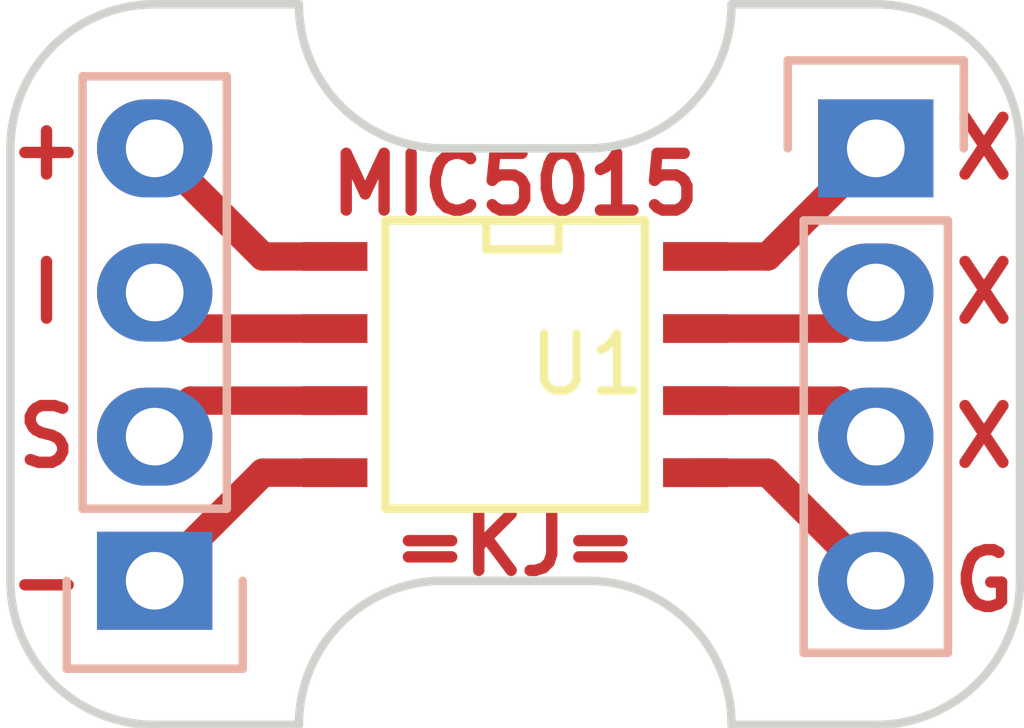
<source format=kicad_pcb>
(kicad_pcb (version 4) (host pcbnew 4.0.4+e1-6308~48~ubuntu16.04.1-stable)

  (general
    (links 8)
    (no_connects 7)
    (area 139.746667 95.525 162.513334 115.395)
    (thickness 1.6)
    (drawings 27)
    (tracks 17)
    (zones 0)
    (modules 3)
    (nets 9)
  )

  (page A4)
  (layers
    (0 F.Cu signal)
    (31 B.Cu signal)
    (32 B.Adhes user)
    (33 F.Adhes user)
    (34 B.Paste user)
    (35 F.Paste user)
    (36 B.SilkS user hide)
    (37 F.SilkS user)
    (38 B.Mask user)
    (39 F.Mask user hide)
    (40 Dwgs.User user)
    (41 Cmts.User user)
    (42 Eco1.User user)
    (43 Eco2.User user)
    (44 Edge.Cuts user)
    (45 Margin user)
    (46 B.CrtYd user)
    (47 F.CrtYd user)
    (48 B.Fab user hide)
    (49 F.Fab user)
  )

  (setup
    (last_trace_width 0.6)
    (user_trace_width 0.4)
    (user_trace_width 0.5)
    (user_trace_width 0.6)
    (user_trace_width 0.7)
    (trace_clearance 0.2)
    (zone_clearance 0.508)
    (zone_45_only no)
    (trace_min 0.2)
    (segment_width 0.1)
    (edge_width 0.15)
    (via_size 0.6)
    (via_drill 0.4)
    (via_min_size 0.4)
    (via_min_drill 0.3)
    (uvia_size 0.3)
    (uvia_drill 0.1)
    (uvias_allowed no)
    (uvia_min_size 0.2)
    (uvia_min_drill 0.1)
    (pcb_text_width 0.3)
    (pcb_text_size 1.5 1.5)
    (mod_edge_width 0.15)
    (mod_text_size 1 1)
    (mod_text_width 0.15)
    (pad_size 1.524 1.524)
    (pad_drill 0.762)
    (pad_to_mask_clearance 0.2)
    (aux_axis_origin 0 0)
    (visible_elements FFFFEF7F)
    (pcbplotparams
      (layerselection 0x01000_80000001)
      (usegerberextensions false)
      (excludeedgelayer true)
      (linewidth 0.100000)
      (plotframeref false)
      (viasonmask false)
      (mode 1)
      (useauxorigin false)
      (hpglpennumber 1)
      (hpglpenspeed 20)
      (hpglpendiameter 15)
      (hpglpenoverlay 2)
      (psnegative false)
      (psa4output false)
      (plotreference true)
      (plotvalue true)
      (plotinvisibletext false)
      (padsonsilk false)
      (subtractmaskfromsilk false)
      (outputformat 1)
      (mirror false)
      (drillshape 0)
      (scaleselection 1)
      (outputdirectory /media/mdh/ALEX_A/))
  )

  (net 0 "")
  (net 1 "Net-(P1-Pad1)")
  (net 2 "Net-(P1-Pad2)")
  (net 3 "Net-(P1-Pad3)")
  (net 4 "Net-(P1-Pad4)")
  (net 5 "Net-(P2-Pad1)")
  (net 6 "Net-(P2-Pad2)")
  (net 7 "Net-(P2-Pad3)")
  (net 8 "Net-(P2-Pad4)")

  (net_class Default "This is the default net class."
    (clearance 0.2)
    (trace_width 0.25)
    (via_dia 0.6)
    (via_drill 0.4)
    (uvia_dia 0.3)
    (uvia_drill 0.1)
    (add_net "Net-(P1-Pad1)")
    (add_net "Net-(P1-Pad2)")
    (add_net "Net-(P1-Pad3)")
    (add_net "Net-(P1-Pad4)")
    (add_net "Net-(P2-Pad1)")
    (add_net "Net-(P2-Pad2)")
    (add_net "Net-(P2-Pad3)")
    (add_net "Net-(P2-Pad4)")
  )

  (module Pin_Headers:Pin_Header_Straight_1x04 (layer B.Cu) (tedit 0) (tstamp 58209F78)
    (at 144.78 109.22)
    (descr "Through hole pin header")
    (tags "pin header")
    (path /58209F95)
    (fp_text reference P1 (at 0 5.1) (layer B.SilkS)
      (effects (font (size 1 1) (thickness 0.15)) (justify mirror))
    )
    (fp_text value CONN_01X04 (at 0 3.1) (layer B.Fab)
      (effects (font (size 1 1) (thickness 0.15)) (justify mirror))
    )
    (fp_line (start -1.75 1.75) (end -1.75 -9.4) (layer B.CrtYd) (width 0.05))
    (fp_line (start 1.75 1.75) (end 1.75 -9.4) (layer B.CrtYd) (width 0.05))
    (fp_line (start -1.75 1.75) (end 1.75 1.75) (layer B.CrtYd) (width 0.05))
    (fp_line (start -1.75 -9.4) (end 1.75 -9.4) (layer B.CrtYd) (width 0.05))
    (fp_line (start -1.27 -1.27) (end -1.27 -8.89) (layer B.SilkS) (width 0.15))
    (fp_line (start 1.27 -1.27) (end 1.27 -8.89) (layer B.SilkS) (width 0.15))
    (fp_line (start 1.55 1.55) (end 1.55 0) (layer B.SilkS) (width 0.15))
    (fp_line (start -1.27 -8.89) (end 1.27 -8.89) (layer B.SilkS) (width 0.15))
    (fp_line (start 1.27 -1.27) (end -1.27 -1.27) (layer B.SilkS) (width 0.15))
    (fp_line (start -1.55 0) (end -1.55 1.55) (layer B.SilkS) (width 0.15))
    (fp_line (start -1.55 1.55) (end 1.55 1.55) (layer B.SilkS) (width 0.15))
    (pad 1 thru_hole rect (at 0 0) (size 2.032 1.7272) (drill 1.016) (layers *.Cu *.Mask)
      (net 1 "Net-(P1-Pad1)"))
    (pad 2 thru_hole oval (at 0 -2.54) (size 2.032 1.7272) (drill 1.016) (layers *.Cu *.Mask)
      (net 2 "Net-(P1-Pad2)"))
    (pad 3 thru_hole oval (at 0 -5.08) (size 2.032 1.7272) (drill 1.016) (layers *.Cu *.Mask)
      (net 3 "Net-(P1-Pad3)"))
    (pad 4 thru_hole oval (at 0 -7.62) (size 2.032 1.7272) (drill 1.016) (layers *.Cu *.Mask)
      (net 4 "Net-(P1-Pad4)"))
    (model Pin_Headers.3dshapes/Pin_Header_Straight_1x04.wrl
      (at (xyz 0 -0.15 0))
      (scale (xyz 1 1 1))
      (rotate (xyz 0 0 90))
    )
  )

  (module Pin_Headers:Pin_Header_Straight_1x04 (layer B.Cu) (tedit 0) (tstamp 58209F80)
    (at 157.48 101.6 180)
    (descr "Through hole pin header")
    (tags "pin header")
    (path /58209F6E)
    (fp_text reference P2 (at 0 5.1 180) (layer B.SilkS)
      (effects (font (size 1 1) (thickness 0.15)) (justify mirror))
    )
    (fp_text value CONN_01X04 (at 0 3.1 180) (layer B.Fab)
      (effects (font (size 1 1) (thickness 0.15)) (justify mirror))
    )
    (fp_line (start -1.75 1.75) (end -1.75 -9.4) (layer B.CrtYd) (width 0.05))
    (fp_line (start 1.75 1.75) (end 1.75 -9.4) (layer B.CrtYd) (width 0.05))
    (fp_line (start -1.75 1.75) (end 1.75 1.75) (layer B.CrtYd) (width 0.05))
    (fp_line (start -1.75 -9.4) (end 1.75 -9.4) (layer B.CrtYd) (width 0.05))
    (fp_line (start -1.27 -1.27) (end -1.27 -8.89) (layer B.SilkS) (width 0.15))
    (fp_line (start 1.27 -1.27) (end 1.27 -8.89) (layer B.SilkS) (width 0.15))
    (fp_line (start 1.55 1.55) (end 1.55 0) (layer B.SilkS) (width 0.15))
    (fp_line (start -1.27 -8.89) (end 1.27 -8.89) (layer B.SilkS) (width 0.15))
    (fp_line (start 1.27 -1.27) (end -1.27 -1.27) (layer B.SilkS) (width 0.15))
    (fp_line (start -1.55 0) (end -1.55 1.55) (layer B.SilkS) (width 0.15))
    (fp_line (start -1.55 1.55) (end 1.55 1.55) (layer B.SilkS) (width 0.15))
    (pad 1 thru_hole rect (at 0 0 180) (size 2.032 1.7272) (drill 1.016) (layers *.Cu *.Mask)
      (net 5 "Net-(P2-Pad1)"))
    (pad 2 thru_hole oval (at 0 -2.54 180) (size 2.032 1.7272) (drill 1.016) (layers *.Cu *.Mask)
      (net 6 "Net-(P2-Pad2)"))
    (pad 3 thru_hole oval (at 0 -5.08 180) (size 2.032 1.7272) (drill 1.016) (layers *.Cu *.Mask)
      (net 7 "Net-(P2-Pad3)"))
    (pad 4 thru_hole oval (at 0 -7.62 180) (size 2.032 1.7272) (drill 1.016) (layers *.Cu *.Mask)
      (net 8 "Net-(P2-Pad4)"))
    (model Pin_Headers.3dshapes/Pin_Header_Straight_1x04.wrl
      (at (xyz 0 -0.15 0))
      (scale (xyz 1 1 1))
      (rotate (xyz 0 0 90))
    )
  )

  (module SMD_Packages:SOIC-8-N (layer F.Cu) (tedit 0) (tstamp 58209F8C)
    (at 151.13 105.41 270)
    (descr "Module Narrow CMS SOJ 8 pins large")
    (tags "CMS SOJ")
    (path /58209F09)
    (attr smd)
    (fp_text reference U1 (at 0 -1.27 540) (layer F.SilkS)
      (effects (font (size 1 1) (thickness 0.15)))
    )
    (fp_text value MIC5014 (at 0 1.27 270) (layer F.Fab)
      (effects (font (size 1 1) (thickness 0.15)))
    )
    (fp_line (start -2.54 -2.286) (end 2.54 -2.286) (layer F.SilkS) (width 0.15))
    (fp_line (start 2.54 -2.286) (end 2.54 2.286) (layer F.SilkS) (width 0.15))
    (fp_line (start 2.54 2.286) (end -2.54 2.286) (layer F.SilkS) (width 0.15))
    (fp_line (start -2.54 2.286) (end -2.54 -2.286) (layer F.SilkS) (width 0.15))
    (fp_line (start -2.54 -0.762) (end -2.032 -0.762) (layer F.SilkS) (width 0.15))
    (fp_line (start -2.032 -0.762) (end -2.032 0.508) (layer F.SilkS) (width 0.15))
    (fp_line (start -2.032 0.508) (end -2.54 0.508) (layer F.SilkS) (width 0.15))
    (pad 8 smd rect (at -1.905 -3.175 270) (size 0.508 1.143) (layers F.Cu F.Paste F.Mask)
      (net 5 "Net-(P2-Pad1)"))
    (pad 7 smd rect (at -0.635 -3.175 270) (size 0.508 1.143) (layers F.Cu F.Paste F.Mask)
      (net 6 "Net-(P2-Pad2)"))
    (pad 6 smd rect (at 0.635 -3.175 270) (size 0.508 1.143) (layers F.Cu F.Paste F.Mask)
      (net 7 "Net-(P2-Pad3)"))
    (pad 5 smd rect (at 1.905 -3.175 270) (size 0.508 1.143) (layers F.Cu F.Paste F.Mask)
      (net 8 "Net-(P2-Pad4)"))
    (pad 4 smd rect (at 1.905 3.175 270) (size 0.508 1.143) (layers F.Cu F.Paste F.Mask)
      (net 1 "Net-(P1-Pad1)"))
    (pad 3 smd rect (at 0.635 3.175 270) (size 0.508 1.143) (layers F.Cu F.Paste F.Mask)
      (net 2 "Net-(P1-Pad2)"))
    (pad 2 smd rect (at -0.635 3.175 270) (size 0.508 1.143) (layers F.Cu F.Paste F.Mask)
      (net 3 "Net-(P1-Pad3)"))
    (pad 1 smd rect (at -1.905 3.175 270) (size 0.508 1.143) (layers F.Cu F.Paste F.Mask)
      (net 4 "Net-(P1-Pad4)"))
    (model SMD_Packages.3dshapes/SOIC-8-N.wrl
      (at (xyz 0 0 0))
      (scale (xyz 0.5 0.38 0.5))
      (rotate (xyz 0 0 0))
    )
  )

  (gr_circle (center 149.86 103.505) (end 149.606 103.378) (layer F.Paste) (width 0.1))
  (gr_text MIC5015 (at 151.13 102.235) (layer F.Cu) (tstamp 5820A304)
    (effects (font (size 1 1) (thickness 0.2)))
  )
  (gr_text =KJ= (at 151.13 108.585) (layer F.Cu)
    (effects (font (size 1 1) (thickness 0.2)))
  )
  (gr_text X (at 159.385 106.68) (layer F.Cu) (tstamp 5820A293)
    (effects (font (size 1 1) (thickness 0.2)))
  )
  (gr_text X (at 159.385 104.14) (layer F.Cu) (tstamp 5820A291)
    (effects (font (size 1 1) (thickness 0.2)))
  )
  (gr_text - (at 142.875 109.22) (layer F.Cu) (tstamp 5820A27F)
    (effects (font (size 1 1) (thickness 0.2)))
  )
  (gr_text + (at 142.875 101.6) (layer F.Cu) (tstamp 5820A27A)
    (effects (font (size 1 1) (thickness 0.2)))
  )
  (gr_text S (at 142.875 106.68) (layer F.Cu) (tstamp 5820A272)
    (effects (font (size 1 1) (thickness 0.2)))
  )
  (gr_text I (at 142.875 104.14) (layer F.Cu) (tstamp 5820A260)
    (effects (font (size 1 1) (thickness 0.2)))
  )
  (gr_text G (at 159.385 109.22) (layer F.Cu) (tstamp 5820A255)
    (effects (font (size 1 1) (thickness 0.2)))
  )
  (gr_text X (at 159.385 101.6) (layer F.Cu) (tstamp 5820A24D)
    (effects (font (size 1 1) (thickness 0.2)))
  )
  (gr_line (start 157.48 111.76) (end 154.94 111.76) (layer Edge.Cuts) (width 0.15) (tstamp 5820A1C2))
  (gr_line (start 154.94 99.06) (end 157.48 99.06) (layer Edge.Cuts) (width 0.15) (tstamp 5820A1BE))
  (gr_line (start 149.86 101.6) (end 152.4 101.6) (layer Edge.Cuts) (width 0.15))
  (gr_line (start 149.86 109.22) (end 152.4 109.22) (layer Edge.Cuts) (width 0.15))
  (gr_arc (start 149.86 111.76) (end 147.32 111.76) (angle 90) (layer Edge.Cuts) (width 0.15) (tstamp 5820A1B1))
  (gr_arc (start 152.4 111.76) (end 152.4 109.22) (angle 90) (layer Edge.Cuts) (width 0.15) (tstamp 5820A1AE))
  (gr_arc (start 152.4 99.06) (end 154.94 99.06) (angle 90) (layer Edge.Cuts) (width 0.15) (tstamp 5820A1A9))
  (gr_arc (start 149.86 99.06) (end 149.86 101.6) (angle 90) (layer Edge.Cuts) (width 0.15) (tstamp 5820A19A))
  (gr_arc (start 144.78 101.6) (end 142.24 101.6) (angle 90) (layer Edge.Cuts) (width 0.15) (tstamp 5820A17D))
  (gr_arc (start 144.78 109.22) (end 144.78 111.76) (angle 90) (layer Edge.Cuts) (width 0.15) (tstamp 5820A17A))
  (gr_arc (start 157.48 109.22) (end 160.02 109.22) (angle 90) (layer Edge.Cuts) (width 0.15) (tstamp 5820A175))
  (gr_arc (start 157.48 101.6) (end 157.48 99.06) (angle 90) (layer Edge.Cuts) (width 0.15))
  (gr_line (start 142.24 109.22) (end 142.24 101.6) (layer Edge.Cuts) (width 0.15))
  (gr_line (start 147.32 111.76) (end 144.78 111.76) (layer Edge.Cuts) (width 0.15))
  (gr_line (start 160.02 101.6) (end 160.02 109.22) (layer Edge.Cuts) (width 0.15))
  (gr_line (start 144.78 99.06) (end 147.32 99.06) (layer Edge.Cuts) (width 0.15))

  (segment (start 147.955 107.315) (end 146.685 107.315) (width 0.5) (layer F.Cu) (net 1))
  (segment (start 146.685 107.315) (end 144.78 109.22) (width 0.5) (layer F.Cu) (net 1))
  (segment (start 147.955 106.045) (end 145.415 106.045) (width 0.5) (layer F.Cu) (net 2))
  (segment (start 145.415 106.045) (end 144.78 106.68) (width 0.5) (layer F.Cu) (net 2))
  (segment (start 147.955 104.775) (end 145.415 104.775) (width 0.5) (layer F.Cu) (net 3))
  (segment (start 145.415 104.775) (end 144.78 104.14) (width 0.5) (layer F.Cu) (net 3))
  (segment (start 146.685 103.505) (end 146.00639 102.82639) (width 0.5) (layer F.Cu) (net 4))
  (segment (start 146.00639 102.82639) (end 144.78 101.6) (width 0.5) (layer F.Cu) (net 4))
  (segment (start 147.955 103.505) (end 146.685 103.505) (width 0.5) (layer F.Cu) (net 4))
  (segment (start 154.305 103.505) (end 155.575 103.505) (width 0.5) (layer F.Cu) (net 5))
  (segment (start 155.575 103.505) (end 157.48 101.6) (width 0.5) (layer F.Cu) (net 5))
  (segment (start 154.305 104.775) (end 156.845 104.775) (width 0.5) (layer F.Cu) (net 6))
  (segment (start 156.845 104.775) (end 157.48 104.14) (width 0.5) (layer F.Cu) (net 6))
  (segment (start 154.305 106.045) (end 156.845 106.045) (width 0.5) (layer F.Cu) (net 7))
  (segment (start 156.845 106.045) (end 157.48 106.68) (width 0.5) (layer F.Cu) (net 7))
  (segment (start 154.305 107.315) (end 155.575 107.315) (width 0.5) (layer F.Cu) (net 8))
  (segment (start 155.575 107.315) (end 157.48 109.22) (width 0.5) (layer F.Cu) (net 8))

)

</source>
